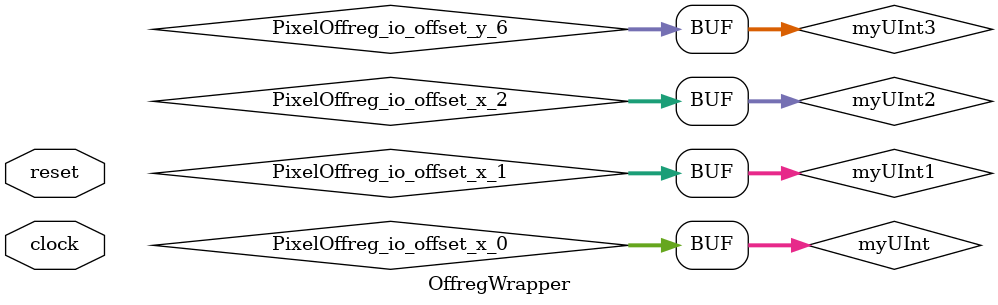
<source format=v>
module PixelOffreg( // @[:@3.2]
  output [31:0] io_offset_x_0, // @[:@6.4]
  output [31:0] io_offset_x_1, // @[:@6.4]
  output [31:0] io_offset_x_2, // @[:@6.4]
  output [31:0] io_offset_y_6, // @[:@6.4]
  output        io_vld_5 // @[:@6.4]
);
  wire [52:0] _T_171; // @[offreg.scala 17:15:@40.4]
  wire [61:0] _GEN_0; // @[offreg.scala 11:15:@42.4]
  wire [62:0] _T_173; // @[offreg.scala 11:15:@42.4]
  wire [61:0] _T_174; // @[offreg.scala 11:15:@43.4]
  wire [61:0] _T_175; // @[offreg.scala 11:15:@44.4]
  wire [52:0] _T_179; // @[offreg.scala 17:15:@48.4]
  wire [61:0] _GEN_2; // @[offreg.scala 11:15:@50.4]
  wire [62:0] _T_181; // @[offreg.scala 11:15:@50.4]
  wire [61:0] _T_182; // @[offreg.scala 11:15:@51.4]
  wire [61:0] _T_183; // @[offreg.scala 11:15:@52.4]
  wire [53:0] _T_187; // @[offreg.scala 17:15:@56.4]
  wire [61:0] _GEN_4; // @[offreg.scala 11:15:@58.4]
  wire [62:0] _T_189; // @[offreg.scala 11:15:@58.4]
  wire [61:0] _T_190; // @[offreg.scala 11:15:@59.4]
  wire [61:0] _T_191; // @[offreg.scala 11:15:@60.4]
  wire [54:0] _T_211; // @[offreg.scala 17:15:@80.4]
  wire [54:0] _T_212; // @[offreg.scala 18:15:@81.4]
  wire [61:0] _GEN_10; // @[offreg.scala 11:15:@82.4]
  wire [62:0] _T_213; // @[offreg.scala 11:15:@82.4]
  wire [61:0] _T_214; // @[offreg.scala 11:15:@83.4]
  wire [61:0] _T_215; // @[offreg.scala 11:15:@84.4]
  wire [61:0] _GEN_11; // @[offreg.scala 12:15:@85.4]
  wire [62:0] _T_216; // @[offreg.scala 12:15:@85.4]
  wire [61:0] _T_217; // @[offreg.scala 12:15:@86.4]
  wire [61:0] _T_218; // @[offreg.scala 12:15:@87.4]
  wire [54:0] _T_220; // @[offreg.scala 18:15:@89.4]
  wire [61:0] _GEN_13; // @[offreg.scala 12:15:@93.4]
  wire [62:0] _T_224; // @[offreg.scala 12:15:@93.4]
  wire [61:0] _T_225; // @[offreg.scala 12:15:@94.4]
  wire [61:0] _T_226; // @[offreg.scala 12:15:@95.4]
  wire  _T_316; // @[offreg.scala 22:12:@215.4]
  wire  _T_317; // @[offreg.scala 22:26:@216.4]
  assign _T_171 = $signed(32'sh0) * $signed(32'sh0); // @[offreg.scala 17:15:@40.4]
  assign _GEN_0 = {{9{_T_171[52]}},_T_171}; // @[offreg.scala 11:15:@42.4]
  assign _T_173 = $signed(62'sh64000000000000) + $signed(_GEN_0); // @[offreg.scala 11:15:@42.4]
  assign _T_174 = $signed(62'sh64000000000000) + $signed(_GEN_0); // @[offreg.scala 11:15:@43.4]
  assign _T_175 = $signed(_T_174); // @[offreg.scala 11:15:@44.4]
  assign _T_179 = $signed(32'sh0) * $signed(-32'sh100000); // @[offreg.scala 17:15:@48.4]
  assign _GEN_2 = {{9{_T_179[52]}},_T_179}; // @[offreg.scala 11:15:@50.4]
  assign _T_181 = $signed(62'sh64000000000000) + $signed(_GEN_2); // @[offreg.scala 11:15:@50.4]
  assign _T_182 = $signed(62'sh64000000000000) + $signed(_GEN_2); // @[offreg.scala 11:15:@51.4]
  assign _T_183 = $signed(_T_182); // @[offreg.scala 11:15:@52.4]
  assign _T_187 = $signed(32'sh0) * $signed(-32'sh200000); // @[offreg.scala 17:15:@56.4]
  assign _GEN_4 = {{8{_T_187[53]}},_T_187}; // @[offreg.scala 11:15:@58.4]
  assign _T_189 = $signed(62'sh64000000000000) + $signed(_GEN_4); // @[offreg.scala 11:15:@58.4]
  assign _T_190 = $signed(62'sh64000000000000) + $signed(_GEN_4); // @[offreg.scala 11:15:@59.4]
  assign _T_191 = $signed(_T_190); // @[offreg.scala 11:15:@60.4]
  assign _T_211 = $signed(32'sh0) * $signed(-32'sh300000); // @[offreg.scala 17:15:@80.4]
  assign _T_212 = $signed(-32'sh40000000) * $signed(-32'sh300000); // @[offreg.scala 18:15:@81.4]
  assign _GEN_10 = {{7{_T_211[54]}},_T_211}; // @[offreg.scala 11:15:@82.4]
  assign _T_213 = $signed(62'sh64000000000000) + $signed(_GEN_10); // @[offreg.scala 11:15:@82.4]
  assign _T_214 = $signed(62'sh64000000000000) + $signed(_GEN_10); // @[offreg.scala 11:15:@83.4]
  assign _T_215 = $signed(_T_214); // @[offreg.scala 11:15:@84.4]
  assign _GEN_11 = {{7{_T_212[54]}},_T_212}; // @[offreg.scala 12:15:@85.4]
  assign _T_216 = $signed(62'sha4000000000000) + $signed(_GEN_11); // @[offreg.scala 12:15:@85.4]
  assign _T_217 = $signed(62'sha4000000000000) + $signed(_GEN_11); // @[offreg.scala 12:15:@86.4]
  assign _T_218 = $signed(_T_217); // @[offreg.scala 12:15:@87.4]
  assign _T_220 = $signed(-32'sh40000000) * $signed(-32'sh200000); // @[offreg.scala 18:15:@89.4]
  assign _GEN_13 = {{7{_T_220[54]}},_T_220}; // @[offreg.scala 12:15:@93.4]
  assign _T_224 = $signed(62'sha4000000000000) + $signed(_GEN_13); // @[offreg.scala 12:15:@93.4]
  assign _T_225 = $signed(62'sha4000000000000) + $signed(_GEN_13); // @[offreg.scala 12:15:@94.4]
  assign _T_226 = $signed(_T_225); // @[offreg.scala 12:15:@95.4]
  assign _T_316 = $signed(_T_215) < $signed(62'sh40000000000000); // @[offreg.scala 22:12:@215.4]
  assign _T_317 = $signed(_T_218) < $signed(62'sh18000000000000); // @[offreg.scala 22:26:@216.4]
  assign io_offset_x_0 = _T_175[61:30]; // @[offreg.scala 70:17:@168.4]
  assign io_offset_x_1 = _T_183[61:30]; // @[offreg.scala 70:17:@169.4]
  assign io_offset_x_2 = _T_191[61:30]; // @[offreg.scala 70:17:@170.4]
  assign io_offset_y_6 = _T_226[61:30]; // @[offreg.scala 71:17:@190.4]
  assign io_vld_5 = _T_316 | _T_317; // @[offreg.scala 74:12:@253.4]
endmodule
module OffregWrapper( // @[:@265.2]
  input   clock, // @[:@266.4]
  input   reset // @[:@267.4]
);
  wire [31:0] PixelOffreg_io_offset_x_0; // @[offreg.scala 82:23:@270.4]
  wire [31:0] PixelOffreg_io_offset_x_1; // @[offreg.scala 82:23:@270.4]
  wire [31:0] PixelOffreg_io_offset_x_2; // @[offreg.scala 82:23:@270.4]
  wire [31:0] PixelOffreg_io_offset_y_6; // @[offreg.scala 82:23:@270.4]
  wire  PixelOffreg_io_vld_5; // @[offreg.scala 82:23:@270.4]
  wire [31:0] myUInt; // @[offreg.scala 34:40:@277.4]
  wire  _T_7; // @[offreg.scala 35:11:@279.4]
  wire [31:0] myUInt1; // @[offreg.scala 37:41:@283.4]
  wire [31:0] myUInt2; // @[offreg.scala 40:41:@289.4]
  wire [31:0] myUInt3; // @[offreg.scala 43:41:@295.4]
  PixelOffreg PixelOffreg ( // @[offreg.scala 82:23:@270.4]
    .io_offset_x_0(PixelOffreg_io_offset_x_0),
    .io_offset_x_1(PixelOffreg_io_offset_x_1),
    .io_offset_x_2(PixelOffreg_io_offset_x_2),
    .io_offset_y_6(PixelOffreg_io_offset_y_6),
    .io_vld_5(PixelOffreg_io_vld_5)
  );
  assign myUInt = $signed(PixelOffreg_io_offset_x_0); // @[offreg.scala 34:40:@277.4]
  assign _T_7 = reset == 1'h0; // @[offreg.scala 35:11:@279.4]
  assign myUInt1 = $signed(PixelOffreg_io_offset_x_1); // @[offreg.scala 37:41:@283.4]
  assign myUInt2 = $signed(PixelOffreg_io_offset_x_2); // @[offreg.scala 40:41:@289.4]
  assign myUInt3 = $signed(PixelOffreg_io_offset_y_6); // @[offreg.scala 43:41:@295.4]
  always @(posedge clock) begin
    `ifndef SYNTHESIS
    `ifdef PRINTF_COND
      if (`PRINTF_COND) begin
    `endif
        if (_T_7) begin
          $fwrite(32'h80000002,"Hello myUInt = %d",myUInt); // @[offreg.scala 35:11:@281.6]
        end
    `ifdef PRINTF_COND
      end
    `endif
    `endif // SYNTHESIS
    `ifndef SYNTHESIS
    `ifdef PRINTF_COND
      if (`PRINTF_COND) begin
    `endif
        if (_T_7) begin
          $fwrite(32'h80000002,"Hello myUInt = %d",myUInt1); // @[offreg.scala 38:11:@287.6]
        end
    `ifdef PRINTF_COND
      end
    `endif
    `endif // SYNTHESIS
    `ifndef SYNTHESIS
    `ifdef PRINTF_COND
      if (`PRINTF_COND) begin
    `endif
        if (_T_7) begin
          $fwrite(32'h80000002,"Hello myUInt = %d",myUInt2); // @[offreg.scala 41:11:@293.6]
        end
    `ifdef PRINTF_COND
      end
    `endif
    `endif // SYNTHESIS
    `ifndef SYNTHESIS
    `ifdef PRINTF_COND
      if (`PRINTF_COND) begin
    `endif
        if (_T_7) begin
          $fwrite(32'h80000002,"Hello myUInt = %d",myUInt3); // @[offreg.scala 44:11:@299.6]
        end
    `ifdef PRINTF_COND
      end
    `endif
    `endif // SYNTHESIS
    `ifndef SYNTHESIS
    `ifdef PRINTF_COND
      if (`PRINTF_COND) begin
    `endif
        if (_T_7) begin
          $fwrite(32'h80000002,"Hello myUInt = %d",PixelOffreg_io_vld_5); // @[offreg.scala 46:11:@304.6]
        end
    `ifdef PRINTF_COND
      end
    `endif
    `endif // SYNTHESIS
  end
endmodule

</source>
